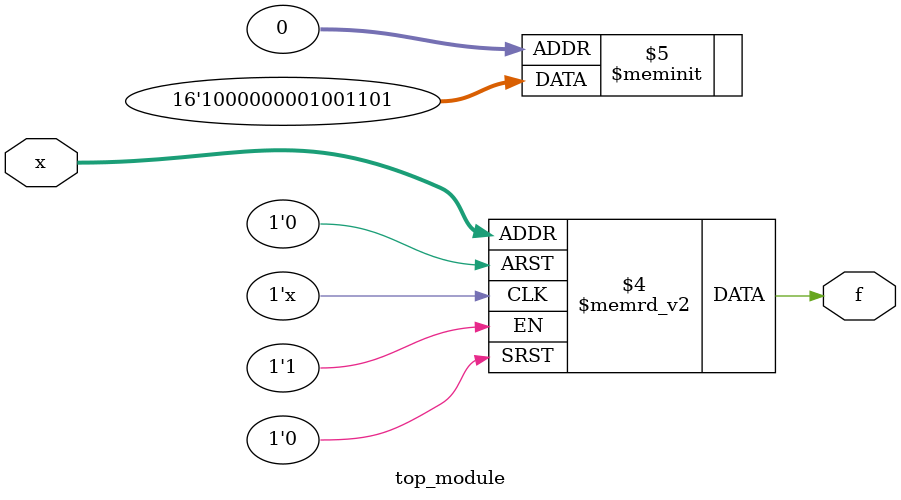
<source format=sv>
module top_module (
	input [4:1] x,
	output logic f
);

  always_comb begin
    case (x)
      4'b0000: f = 1;
      4'b0001: f = 0;
      4'b0011: f = 1;
      4'b0010: f = 1;
      4'b0110: f = 1;
      4'b0111: f = 0;
      4'b1111: f = 1;
      4'b1110: f = 0;
      default: f = 0; // Handle any other inputs
    endcase
  end

endmodule

</source>
